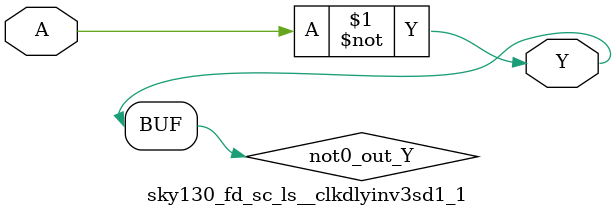
<source format=v>
/*
 * Copyright 2020 The SkyWater PDK Authors
 *
 * Licensed under the Apache License, Version 2.0 (the "License");
 * you may not use this file except in compliance with the License.
 * You may obtain a copy of the License at
 *
 *     https://www.apache.org/licenses/LICENSE-2.0
 *
 * Unless required by applicable law or agreed to in writing, software
 * distributed under the License is distributed on an "AS IS" BASIS,
 * WITHOUT WARRANTIES OR CONDITIONS OF ANY KIND, either express or implied.
 * See the License for the specific language governing permissions and
 * limitations under the License.
 *
 * SPDX-License-Identifier: Apache-2.0
*/


`ifndef SKY130_FD_SC_LS__CLKDLYINV3SD1_1_FUNCTIONAL_V
`define SKY130_FD_SC_LS__CLKDLYINV3SD1_1_FUNCTIONAL_V

/**
 * clkdlyinv3sd1: Clock Delay Inverter 3-stage 0.15um length inner
 *                stage gate.
 *
 * Verilog simulation functional model.
 */

`timescale 1ns / 1ps
`default_nettype none

`celldefine
module sky130_fd_sc_ls__clkdlyinv3sd1_1 (
    Y,
    A
);

    // Module ports
    output Y;
    input  A;

    // Local signals
    wire not0_out_Y;

    //  Name  Output      Other arguments
    not not0 (not0_out_Y, A              );
    buf buf0 (Y         , not0_out_Y     );

endmodule
`endcelldefine

`default_nettype wire
`endif  // SKY130_FD_SC_LS__CLKDLYINV3SD1_1_FUNCTIONAL_V

</source>
